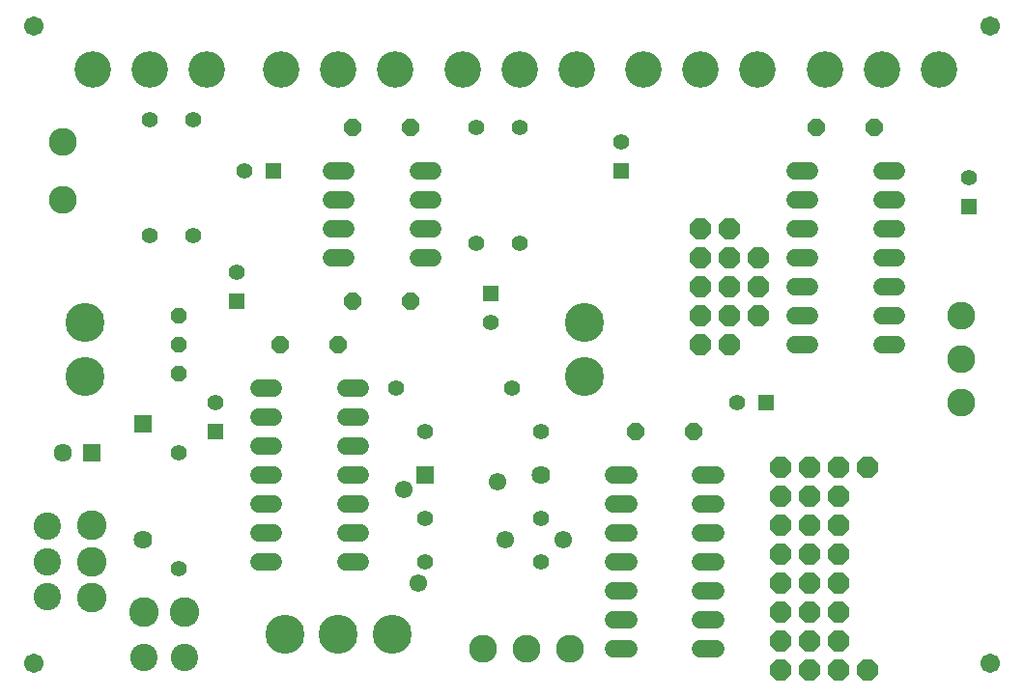
<source format=gbs>
G75*
G70*
%OFA0B0*%
%FSLAX24Y24*%
%IPPOS*%
%LPD*%
%AMOC8*
5,1,8,0,0,1.08239X$1,22.5*
%
%ADD10C,0.0671*%
%ADD11C,0.0600*%
%ADD12R,0.0556X0.0556*%
%ADD13C,0.0556*%
%ADD14C,0.1261*%
%ADD15OC8,0.0600*%
%ADD16R,0.0640X0.0640*%
%ADD17C,0.0640*%
%ADD18C,0.1346*%
%ADD19OC8,0.0710*%
%ADD20OC8,0.0556*%
%ADD21C,0.0634*%
%ADD22R,0.0634X0.0634*%
%ADD23C,0.1025*%
%ADD24C,0.0946*%
%ADD25C,0.0966*%
%ADD26C,0.0611*%
D10*
X001302Y001806D03*
X001302Y023806D03*
X034302Y023806D03*
X034302Y001806D03*
D11*
X024812Y002306D02*
X024292Y002306D01*
X024292Y003306D02*
X024812Y003306D01*
X024812Y004306D02*
X024292Y004306D01*
X024292Y005306D02*
X024812Y005306D01*
X024812Y006306D02*
X024292Y006306D01*
X024292Y007306D02*
X024812Y007306D01*
X024812Y008306D02*
X024292Y008306D01*
X021812Y008306D02*
X021292Y008306D01*
X021292Y007306D02*
X021812Y007306D01*
X021812Y006306D02*
X021292Y006306D01*
X021292Y005306D02*
X021812Y005306D01*
X021812Y004306D02*
X021292Y004306D01*
X021292Y003306D02*
X021812Y003306D01*
X021812Y002306D02*
X021292Y002306D01*
X012562Y005306D02*
X012042Y005306D01*
X012042Y006306D02*
X012562Y006306D01*
X012562Y007306D02*
X012042Y007306D01*
X012042Y008306D02*
X012562Y008306D01*
X012562Y009306D02*
X012042Y009306D01*
X012042Y010306D02*
X012562Y010306D01*
X012562Y011306D02*
X012042Y011306D01*
X009562Y011306D02*
X009042Y011306D01*
X009042Y010306D02*
X009562Y010306D01*
X009562Y009306D02*
X009042Y009306D01*
X009042Y008306D02*
X009562Y008306D01*
X009562Y007306D02*
X009042Y007306D01*
X009042Y006306D02*
X009562Y006306D01*
X009562Y005306D02*
X009042Y005306D01*
X011542Y015806D02*
X012062Y015806D01*
X012062Y016806D02*
X011542Y016806D01*
X011542Y017806D02*
X012062Y017806D01*
X012062Y018806D02*
X011542Y018806D01*
X014542Y018806D02*
X015062Y018806D01*
X015062Y017806D02*
X014542Y017806D01*
X014542Y016806D02*
X015062Y016806D01*
X015062Y015806D02*
X014542Y015806D01*
X027542Y015806D02*
X028062Y015806D01*
X028062Y014806D02*
X027542Y014806D01*
X027542Y013806D02*
X028062Y013806D01*
X028062Y012806D02*
X027542Y012806D01*
X030542Y012806D02*
X031062Y012806D01*
X031062Y013806D02*
X030542Y013806D01*
X030542Y014806D02*
X031062Y014806D01*
X031062Y015806D02*
X030542Y015806D01*
X030542Y016806D02*
X031062Y016806D01*
X031062Y017806D02*
X030542Y017806D01*
X030542Y018806D02*
X031062Y018806D01*
X028062Y018806D02*
X027542Y018806D01*
X027542Y017806D02*
X028062Y017806D01*
X028062Y016806D02*
X027542Y016806D01*
D12*
X033552Y017556D03*
X026552Y010806D03*
X017052Y014556D03*
X021552Y018806D03*
X009552Y018806D03*
X008302Y014306D03*
X007552Y009806D03*
D13*
X007552Y010806D03*
X006302Y009056D03*
X006302Y005056D03*
X014802Y005306D03*
X014802Y006806D03*
X018802Y006806D03*
X018802Y005306D03*
X018802Y009806D03*
X017802Y011306D03*
X014802Y009806D03*
X013802Y011306D03*
X017052Y013556D03*
X016552Y016306D03*
X018052Y016306D03*
X021552Y019806D03*
X018052Y020306D03*
X016552Y020306D03*
X008552Y018806D03*
X006802Y020556D03*
X005302Y020556D03*
X005302Y016556D03*
X006802Y016556D03*
X008302Y015306D03*
X025552Y010806D03*
X033552Y018556D03*
D14*
X032521Y022306D03*
X030552Y022306D03*
X028584Y022306D03*
X026271Y022306D03*
X024302Y022306D03*
X022334Y022306D03*
X020021Y022306D03*
X018052Y022306D03*
X016084Y022306D03*
X013771Y022306D03*
X011802Y022306D03*
X009834Y022306D03*
X007271Y022306D03*
X005302Y022306D03*
X003334Y022306D03*
D15*
X012302Y020306D03*
X014302Y020306D03*
X014302Y014306D03*
X012302Y014306D03*
X011802Y012806D03*
X009802Y012806D03*
X022052Y009806D03*
X024052Y009806D03*
X028302Y020306D03*
X030302Y020306D03*
D16*
X014802Y008306D03*
X005052Y010056D03*
D17*
X005052Y006056D03*
X018802Y008306D03*
D18*
X020302Y011706D03*
X020302Y013556D03*
X013653Y002806D03*
X011802Y002806D03*
X009952Y002806D03*
X003052Y011706D03*
X003052Y013556D03*
D19*
X024302Y013806D03*
X025302Y013806D03*
X026302Y013806D03*
X026302Y014806D03*
X025302Y014806D03*
X024302Y014806D03*
X024302Y015806D03*
X025302Y015806D03*
X026302Y015806D03*
X025302Y016806D03*
X024302Y016806D03*
X024302Y012806D03*
X025302Y012806D03*
X027052Y008556D03*
X028052Y008556D03*
X029052Y008556D03*
X030052Y008556D03*
X029052Y007556D03*
X028052Y007556D03*
X027052Y007556D03*
X027052Y006556D03*
X028052Y006556D03*
X029052Y006556D03*
X029052Y005556D03*
X028052Y005556D03*
X027052Y005556D03*
X027052Y004556D03*
X028052Y004556D03*
X029052Y004556D03*
X029052Y003556D03*
X028052Y003556D03*
X027052Y003556D03*
X027052Y002556D03*
X028052Y002556D03*
X029052Y002556D03*
X029052Y001556D03*
X028052Y001556D03*
X027052Y001556D03*
X030052Y001556D03*
D20*
X006302Y011806D03*
X006302Y012806D03*
X006302Y013806D03*
D21*
X002302Y009056D03*
D22*
X003302Y009056D03*
D23*
X003302Y006556D03*
X003302Y005306D03*
X003302Y004056D03*
X005102Y003556D03*
X006502Y003556D03*
D24*
X006502Y002006D03*
X005102Y002006D03*
X001752Y004081D03*
X001752Y005306D03*
X001752Y006531D03*
D25*
X016802Y002306D03*
X018302Y002306D03*
X019802Y002306D03*
X033302Y010806D03*
X033302Y012306D03*
X033302Y013806D03*
X002302Y017806D03*
X002302Y019806D03*
D26*
X017302Y008056D03*
X017552Y006056D03*
X019552Y006056D03*
X014552Y004556D03*
X014052Y007806D03*
M02*

</source>
